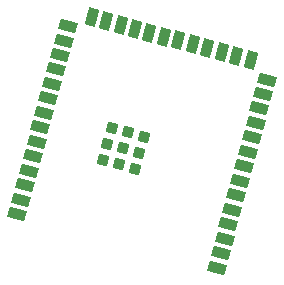
<source format=gbr>
%TF.GenerationSoftware,KiCad,Pcbnew,7.0.8*%
%TF.CreationDate,2024-01-10T09:50:14+01:00*%
%TF.ProjectId,Zoka-MainBoard,5a6f6b61-2d4d-4616-996e-426f6172642e,rev?*%
%TF.SameCoordinates,Original*%
%TF.FileFunction,Paste,Bot*%
%TF.FilePolarity,Positive*%
%FSLAX46Y46*%
G04 Gerber Fmt 4.6, Leading zero omitted, Abs format (unit mm)*
G04 Created by KiCad (PCBNEW 7.0.8) date 2024-01-10 09:50:14*
%MOMM*%
%LPD*%
G01*
G04 APERTURE LIST*
G04 Aperture macros list*
%AMRotRect*
0 Rectangle, with rotation*
0 The origin of the aperture is its center*
0 $1 length*
0 $2 width*
0 $3 Rotation angle, in degrees counterclockwise*
0 Add horizontal line*
21,1,$1,$2,0,0,$3*%
G04 Aperture macros list end*
%ADD10RotRect,1.500000X0.900000X345.000000*%
%ADD11RotRect,1.500000X0.900000X255.000000*%
%ADD12RotRect,1.500000X0.900000X165.000000*%
%ADD13RotRect,0.900000X0.900000X165.000000*%
G04 APERTURE END LIST*
D10*
%TO.C,U201*%
X148694751Y-97950079D03*
X149023451Y-96723353D03*
X149352151Y-95496627D03*
X149680851Y-94269901D03*
X150009551Y-93043175D03*
X150338252Y-91816450D03*
X150666952Y-90589724D03*
X150995652Y-89362998D03*
X151324352Y-88136272D03*
X151653052Y-86909546D03*
X151981753Y-85682821D03*
X152310453Y-84456095D03*
X152639153Y-83229369D03*
X152967853Y-82002643D03*
D11*
X154996236Y-81252052D03*
X156222962Y-81580752D03*
X157449688Y-81909452D03*
X158676413Y-82238152D03*
X159903139Y-82566852D03*
X161129865Y-82895553D03*
X162356591Y-83224253D03*
X163583317Y-83552953D03*
X164810042Y-83881653D03*
X166036768Y-84210353D03*
X167263494Y-84539053D03*
X168490220Y-84867754D03*
D12*
X169871555Y-86531977D03*
X169542855Y-87758702D03*
X169214155Y-88985428D03*
X168885455Y-90212154D03*
X168556754Y-91438880D03*
X168228054Y-92665606D03*
X167899354Y-93892331D03*
X167570654Y-95119057D03*
X167241954Y-96345783D03*
X166913253Y-97572509D03*
X166584553Y-98799235D03*
X166255853Y-100025960D03*
X165927153Y-101252686D03*
X165598453Y-102479412D03*
D13*
X156705846Y-90654927D03*
X156343500Y-92007223D03*
X155981153Y-93359519D03*
X158058143Y-91017273D03*
X157695796Y-92369569D03*
X157333449Y-93721866D03*
X159410439Y-91379620D03*
X159048092Y-92731916D03*
X158685745Y-94084212D03*
%TD*%
M02*

</source>
